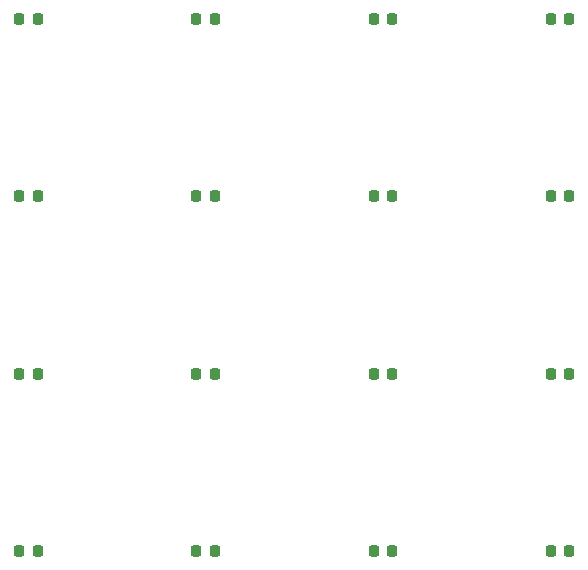
<source format=gbr>
%TF.GenerationSoftware,KiCad,Pcbnew,9.0.5*%
%TF.CreationDate,2025-12-24T11:27:01+01:00*%
%TF.ProjectId,lab0,6c616230-2e6b-4696-9361-645f70636258,rev?*%
%TF.SameCoordinates,Original*%
%TF.FileFunction,Paste,Bot*%
%TF.FilePolarity,Positive*%
%FSLAX46Y46*%
G04 Gerber Fmt 4.6, Leading zero omitted, Abs format (unit mm)*
G04 Created by KiCad (PCBNEW 9.0.5) date 2025-12-24 11:27:01*
%MOMM*%
%LPD*%
G01*
G04 APERTURE LIST*
G04 Aperture macros list*
%AMRoundRect*
0 Rectangle with rounded corners*
0 $1 Rounding radius*
0 $2 $3 $4 $5 $6 $7 $8 $9 X,Y pos of 4 corners*
0 Add a 4 corners polygon primitive as box body*
4,1,4,$2,$3,$4,$5,$6,$7,$8,$9,$2,$3,0*
0 Add four circle primitives for the rounded corners*
1,1,$1+$1,$2,$3*
1,1,$1+$1,$4,$5*
1,1,$1+$1,$6,$7*
1,1,$1+$1,$8,$9*
0 Add four rect primitives between the rounded corners*
20,1,$1+$1,$2,$3,$4,$5,0*
20,1,$1+$1,$4,$5,$6,$7,0*
20,1,$1+$1,$6,$7,$8,$9,0*
20,1,$1+$1,$8,$9,$2,$3,0*%
G04 Aperture macros list end*
%ADD10RoundRect,0.218750X0.218750X0.256250X-0.218750X0.256250X-0.218750X-0.256250X0.218750X-0.256250X0*%
G04 APERTURE END LIST*
D10*
%TO.C,D16*%
X90227500Y-79120000D03*
X88652500Y-79120000D03*
%TD*%
%TO.C,D15*%
X75227500Y-79120000D03*
X73652500Y-79120000D03*
%TD*%
%TO.C,D14*%
X60227500Y-79120000D03*
X58652500Y-79120000D03*
%TD*%
%TO.C,D13*%
X45227500Y-79120000D03*
X43652500Y-79120000D03*
%TD*%
%TO.C,D12*%
X90227500Y-64120000D03*
X88652500Y-64120000D03*
%TD*%
%TO.C,D11*%
X75227500Y-64120000D03*
X73652500Y-64120000D03*
%TD*%
%TO.C,D10*%
X60227500Y-64120000D03*
X58652500Y-64120000D03*
%TD*%
%TO.C,D9*%
X45227500Y-64120000D03*
X43652500Y-64120000D03*
%TD*%
%TO.C,D8*%
X90227500Y-49120000D03*
X88652500Y-49120000D03*
%TD*%
%TO.C,D7*%
X75227500Y-49120000D03*
X73652500Y-49120000D03*
%TD*%
%TO.C,D6*%
X60227500Y-49120000D03*
X58652500Y-49120000D03*
%TD*%
%TO.C,D5*%
X45227500Y-49120000D03*
X43652500Y-49120000D03*
%TD*%
%TO.C,D4*%
X90227500Y-34120000D03*
X88652500Y-34120000D03*
%TD*%
%TO.C,D3*%
X75227500Y-34120000D03*
X73652500Y-34120000D03*
%TD*%
%TO.C,D2*%
X60227500Y-34120000D03*
X58652500Y-34120000D03*
%TD*%
%TO.C,D1*%
X45227500Y-34120000D03*
X43652500Y-34120000D03*
%TD*%
M02*

</source>
